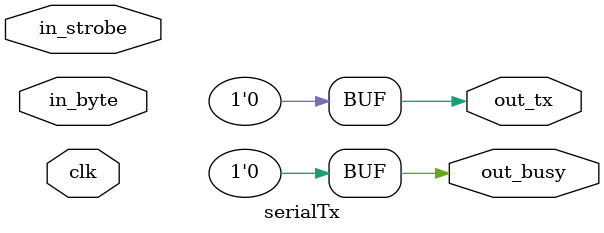
<source format=v>
/* verilator lint_off UNUSED */
module serialTx(clk, out_tx, in_byte, in_strobe, out_busy);
   parameter nBitCycles = 0;

   input wire clk;
   output wire out_tx = 0;
   input wire [7:0] in_byte;
   input       wire in_strobe;
   output      wire out_busy = 0;
endmodule
/* verilator lint_on UNUSED */

</source>
